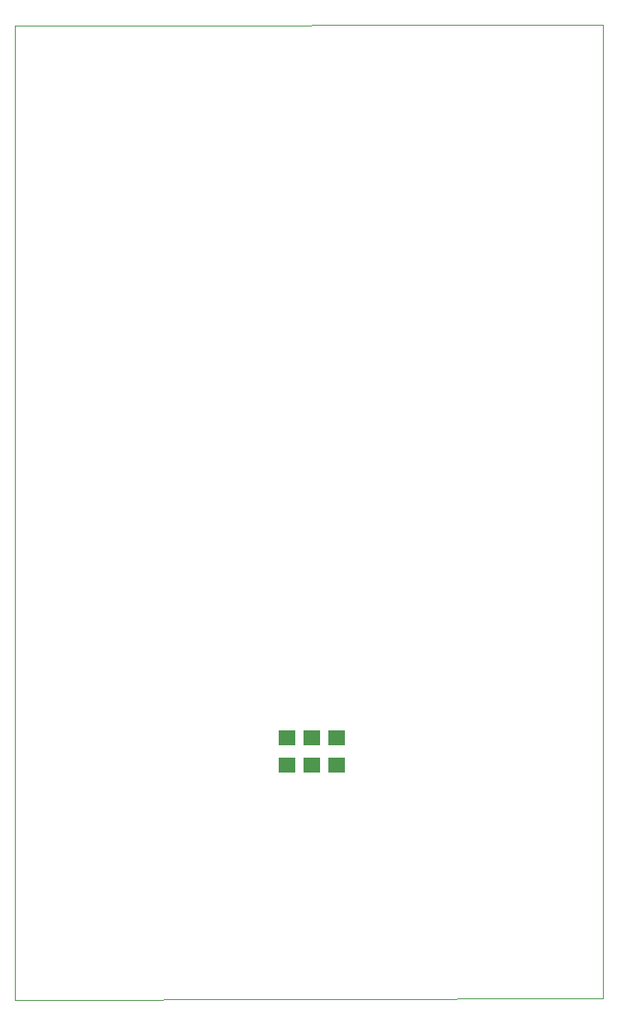
<source format=gbp>
G75*
%MOIN*%
%OFA0B0*%
%FSLAX25Y25*%
%IPPOS*%
%LPD*%
%AMOC8*
5,1,8,0,0,1.08239X$1,22.5*
%
%ADD10C,0.00000*%
%ADD11R,0.07087X0.06299*%
D10*
X0001739Y0002810D02*
X0001739Y0395311D01*
X0238660Y0395811D01*
X0238660Y0003310D01*
X0001739Y0002810D01*
D11*
X0111564Y0097430D03*
X0111564Y0108454D03*
X0121564Y0108454D03*
X0121564Y0097430D03*
X0131564Y0097430D03*
X0131564Y0108454D03*
M02*

</source>
